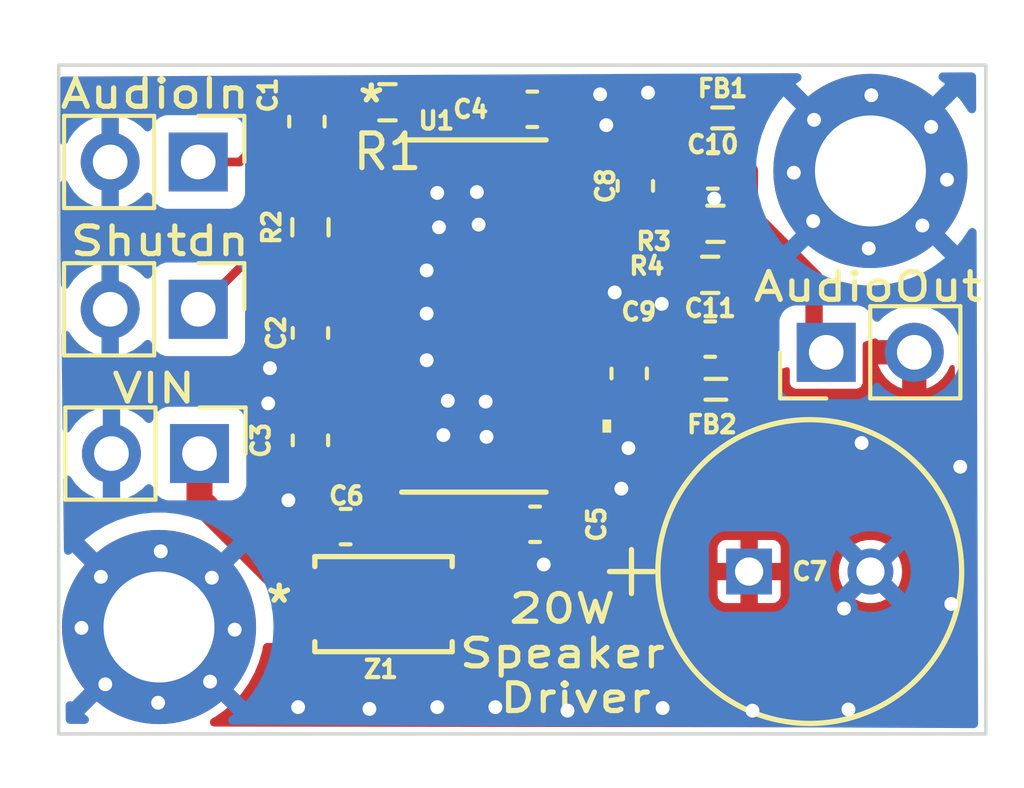
<source format=kicad_pcb>
(kicad_pcb (version 20221018) (generator pcbnew)
  (layers (0 "F.Cu" signal) (31 "B.Cu" signal) (34 "B.Paste" user) (35 "F.Paste" user) (36 "B.SilkS" user "B.Silkscreen") (37 "F.SilkS" user "F.Silkscreen") (38 "B.Mask" user) (39 "F.Mask" user) (44 "Edge.Cuts" user))
  (net 0 "")
  (net 1 "Net-(J3-Pin_1)")
  (net 2 "Net-(C1-Pad2)")
  (net 3 "Net-(U1-VCM)")
  (net 4 "GND")
  (net 5 "Net-(U1-VCLAMP)")
  (net 6 "Net-(U1-AVCC)")
  (net 7 "Net-(U1-BSN)")
  (net 8 "Net-(U1-OUTN)")
  (net 9 "Net-(U1-BSP)")
  (net 10 "Net-(U1-OUTP)")
  (net 11 "Net-(J4-Pin_1)")
  (net 12 "Net-(J4-Pin_2)")
  (net 13 "Net-(J1-Pin_1)")
  (net 14 "Net-(J2-Pin_1)")
  (net 15 "Net-(U1-IN)")
  (footprint "Capacitor_SMD:C_0603_1608Metric" (layer "F.Cu") (at 150.0124 90.932 -90)
    (fp_text reference "C2" (at 0 0.985127 90) (layer "F.SilkS") (effects (font (size 0.5 0.5))))
    (fp_text value "1u")
    (fp_line (start -0.14058 -0.51) (end 0.14058 -0.51) (stroke (width 0.12)) (layer "F.SilkS"))
    (fp_line (start -0.14058 0.51) (end 0.14058 0.51) (stroke (width 0.12)) (layer "F.SilkS"))
    (pad "1" smd roundrect (at -0.775 0 270) (size 0.9 0.95) (layers "F.Cu" "F.Paste" "F.Mask") (net 3 "Net-(U1-VCM)"))
    (pad "2" smd roundrect (at 0.775 0 270) (size 0.9 0.95) (layers "F.Cu" "F.Paste" "F.Mask") (net 4 "GND"))
  )
  (footprint "Resistor_SMD:R_0603_1608Metric" (layer "F.Cu") (at 150.0124 87.884 -90)
    (fp_text reference "R2" (at 0 1.119893 -90) (layer "F.SilkS") (effects (font (size 0.5 0.5))))
    (fp_text value "0")
    (fp_line (start -0.237258 -0.5225) (end 0.237258 -0.5225) (stroke (width 0.12)) (layer "F.SilkS"))
    (fp_line (start -0.237258 0.5225) (end 0.237258 0.5225) (stroke (width 0.12)) (layer "F.SilkS"))
    (pad "1" smd roundrect (at -0.825 0 270) (size 0.8 0.95) (layers "F.Cu" "F.Paste" "F.Mask") (net 2 "Net-(C1-Pad2)"))
    (pad "2" smd roundrect (at 0.825 0 270) (size 0.8 0.95) (layers "F.Cu" "F.Paste" "F.Mask") (net 15 "Net-(U1-IN)"))
  )
  (footprint "digikey-footprints:0603" (layer "F.Cu") (at 161.7076 92.5576)
    (fp_text reference "FB2" (at -0.1128 1.016) (layer "F.SilkS") (effects (font (size 0.5 0.5))))
    (fp_text value "MPZ1608S221ATA00")
    (fp_line (start -0.3 -0.3) (end 0.3 -0.3) (stroke (width 0.12)) (layer "F.SilkS"))
    (fp_line (start -0.3 0.3) (end 0.3 0.3) (stroke (width 0.12)) (layer "F.SilkS"))
    (pad "1" smd rect (at -0.7 0) (size 0.6 0.8) (layers "F.Cu" "F.Paste" "F.Mask") (net 10 "Net-(U1-OUTP)"))
    (pad "2" smd rect (at 0.7 0) (size 0.6 0.8) (layers "F.Cu" "F.Paste" "F.Mask") (net 12 "Net-(J4-Pin_2)"))
  )
  (footprint "Capacitor_SMD:C_0603_1608Metric" (layer "F.Cu") (at 161.6202 86.2584 180)
    (fp_text reference "C10" (at 0 0.762) (layer "F.SilkS") (effects (font (size 0.5 0.5))))
    (fp_text value "220pF")
    (fp_line (start -0.14058 -0.51) (end 0.14058 -0.51) (stroke (width 0.12)) (layer "F.SilkS"))
    (fp_line (start -0.14058 0.51) (end 0.14058 0.51) (stroke (width 0.12)) (layer "F.SilkS"))
    (pad "1" smd roundrect (at -0.775 0 180) (size 0.9 0.95) (layers "F.Cu" "F.Paste" "F.Mask") (net 11 "Net-(J4-Pin_1)"))
    (pad "2" smd roundrect (at 0.775 0 180) (size 0.9 0.95) (layers "F.Cu" "F.Paste" "F.Mask") (net 4 "GND"))
  )
  (footprint "5ADiode:DIO_RB050LAM_ROM" (layer "F.Cu") (at 152.1206 98.7552)
    (fp_text reference "Z1" (at -0.0762 1.8796 unlocked) (layer "F.SilkS") (effects (font (size 0.5 0.5))))
    (fp_text value "RSX501LAM20TR")
    (fp_text user "*" (at -3.0099 0) (layer "F.SilkS"))
    (fp_text user "*" (at -3.0099 0 unlocked) (layer "F.SilkS"))
    (fp_line (start -1.9812 -1.3716) (end -1.9812 -1.08204) (stroke (width 0.1524)) (layer "F.SilkS"))
    (fp_line (start -1.9812 1.08204) (end -1.9812 1.3716) (stroke (width 0.1524)) (layer "F.SilkS"))
    (fp_line (start -1.9812 1.3716) (end 1.9812 1.3716) (stroke (width 0.1524)) (layer "F.SilkS"))
    (fp_line (start 1.9812 -1.3716) (end -1.9812 -1.3716) (stroke (width 0.1524)) (layer "F.SilkS"))
    (fp_line (start 1.9812 -1.08204) (end 1.9812 -1.3716) (stroke (width 0.1524)) (layer "F.SilkS"))
    (fp_line (start 1.9812 1.3716) (end 1.9812 1.08204) (stroke (width 0.1524)) (layer "F.SilkS"))
    (pad "1" smd rect (at -2.2733 0) (size 0.7112 1.4986) (layers "F.Cu" "F.Paste" "F.Mask") (net 14 "Net-(J2-Pin_1)"))
    (pad "2" smd rect (at 2.2733 0) (size 0.7112 1.4986) (layers "F.Cu" "F.Paste" "F.Mask") (net 6 "Net-(U1-AVCC)"))
    (zone (net 0) (net_name "") (layer "F.Cu") (connect_pads (clearance 0)) (min_thickness 0.254)
      (keepout (tracks not_allowed) (vias not_allowed) (pads allowed) (copperpour not_allowed) (footprints allowed))
      (fill (thermal_gap 0.508) (thermal_bridge_width 0.508))
      (polygon (pts (xy 150.2537 97.5614) (xy 153.9875 97.5614) (xy 153.9875 99.949) (xy 150.2537 99.949)))
    )
  )
  (footprint "Resistor_SMD:R_0603_1608Metric" (layer "F.Cu") (at 161.6964 87.7824 180)
    (fp_text reference "R3" (at 1.778 -0.508) (layer "F.SilkS") (effects (font (size 0.5 0.5))))
    (fp_text value "4.7k")
    (fp_line (start -0.237258 -0.5225) (end 0.237258 -0.5225) (stroke (width 0.12)) (layer "F.SilkS"))
    (fp_line (start -0.237258 0.5225) (end 0.237258 0.5225) (stroke (width 0.12)) (layer "F.SilkS"))
    (pad "1" smd roundrect (at -0.825 0 180) (size 0.8 0.95) (layers "F.Cu" "F.Paste" "F.Mask") (net 11 "Net-(J4-Pin_1)"))
    (pad "2" smd roundrect (at 0.825 0 180) (size 0.8 0.95) (layers "F.Cu" "F.Paste" "F.Mask") (net 4 "GND"))
  )
  (footprint "Connector_PinHeader_2.54mm:PinHeader_1x02_P2.54mm_Vertical" (layer "F.Cu") (at 164.8918 91.4908 90)
    (fp_text reference "J4" hide)
    (fp_text value "Conn_01x02")
    (fp_line (start -1.33 -1.33) (end 0 -1.33) (stroke (width 0.12)) (layer "F.SilkS"))
    (fp_line (start -1.33 0) (end -1.33 -1.33) (stroke (width 0.12)) (layer "F.SilkS"))
    (fp_line (start -1.33 1.27) (end -1.33 3.87) (stroke (width 0.12)) (layer "F.SilkS"))
    (fp_line (start -1.33 1.27) (end 1.33 1.27) (stroke (width 0.12)) (layer "F.SilkS"))
    (fp_line (start -1.33 3.87) (end 1.33 3.87) (stroke (width 0.12)) (layer "F.SilkS"))
    (fp_line (start 1.33 1.27) (end 1.33 3.87) (stroke (width 0.12)) (layer "F.SilkS"))
    (pad "1" thru_hole rect (at 0 0 90) (size 1.7 1.7) (drill 1) (layers "*.Cu" "*.Mask") (net 11 "Net-(J4-Pin_1)"))
    (pad "2" thru_hole oval (at 0 2.54 90) (size 1.7 1.7) (drill 1) (layers "*.Cu" "*.Mask") (net 12 "Net-(J4-Pin_2)"))
  )
  (footprint "Connector_PinHeader_2.54mm:PinHeader_1x02_P2.54mm_Vertical" (layer "F.Cu") (at 146.775 86 -90)
    (fp_text reference "J3" hide)
    (fp_text value "Conn_01x02")
    (fp_line (start -1.33 -1.33) (end 0 -1.33) (stroke (width 0.12)) (layer "F.SilkS"))
    (fp_line (start -1.33 0) (end -1.33 -1.33) (stroke (width 0.12)) (layer "F.SilkS"))
    (fp_line (start -1.33 1.27) (end -1.33 3.87) (stroke (width 0.12)) (layer "F.SilkS"))
    (fp_line (start -1.33 1.27) (end 1.33 1.27) (stroke (width 0.12)) (layer "F.SilkS"))
    (fp_line (start -1.33 3.87) (end 1.33 3.87) (stroke (width 0.12)) (layer "F.SilkS"))
    (fp_line (start 1.33 1.27) (end 1.33 3.87) (stroke (width 0.12)) (layer "F.SilkS"))
    (pad "1" thru_hole rect (at 0 0 270) (size 1.7 1.7) (drill 1) (layers "*.Cu" "*.Mask") (net 1 "Net-(J3-Pin_1)"))
    (pad "2" thru_hole oval (at 0 2.54 270) (size 1.7 1.7) (drill 1) (layers "*.Cu" "*.Mask") (net 4 "GND"))
  )
  (footprint "Capacitor_SMD:C_0603_1608Metric" (layer "F.Cu") (at 156.4926 96.4522)
    (fp_text reference "C5" (at 1.775 0 90) (layer "F.SilkS") (effects (font (size 0.5 0.5))))
    (fp_text value "0.1uF")
    (fp_line (start -0.14058 -0.51) (end 0.14058 -0.51) (stroke (width 0.12)) (layer "F.SilkS"))
    (fp_line (start -0.14058 0.51) (end 0.14058 0.51) (stroke (width 0.12)) (layer "F.SilkS"))
    (pad "1" smd roundrect (at -0.775 0) (size 0.9 0.95) (layers "F.Cu" "F.Paste" "F.Mask") (net 6 "Net-(U1-AVCC)"))
    (pad "2" smd roundrect (at 0.775 0) (size 0.9 0.95) (layers "F.Cu" "F.Paste" "F.Mask") (net 4 "GND"))
  )
  (footprint "Capacitor_SMD:C_0603_1608Metric" (layer "F.Cu") (at 149.9108 84.836 -90)
    (fp_text reference "C1" (at -0.766312 1.123874 90) (layer "F.SilkS") (effects (font (size 0.5 0.5))))
    (fp_text value "1u")
    (fp_line (start -0.14058 -0.51) (end 0.14058 -0.51) (stroke (width 0.12)) (layer "F.SilkS"))
    (fp_line (start -0.14058 0.51) (end 0.14058 0.51) (stroke (width 0.12)) (layer "F.SilkS"))
    (pad "1" smd roundrect (at -0.775 0 270) (size 0.9 0.95) (layers "F.Cu" "F.Paste" "F.Mask") (net 1 "Net-(J3-Pin_1)"))
    (pad "2" smd roundrect (at 0.775 0 270) (size 0.9 0.95) (layers "F.Cu" "F.Paste" "F.Mask") (net 2 "Net-(C1-Pad2)"))
  )
  (footprint "470uF:CAP_WCAP-ATG5_8x11.5_WRE" (layer "F.Cu") (at 162.666799 97.8154)
    (fp_text reference "C7" (at 1.75 0 unlocked) (layer "F.SilkS") (effects (font (size 0.5 0.5))))
    (fp_text value "860020474014")
    (fp_line (start -4.0285 0) (end -2.7585 0) (stroke (width 0.1524)) (layer "F.SilkS"))
    (fp_line (start -3.3935 -0.635) (end -3.3935 0.635) (stroke (width 0.1524)) (layer "F.SilkS"))
    (fp_circle (center 1.75 0) (end 6.1315 0) (stroke (width 0.1524)) (fill none) (layer "F.SilkS"))
    (pad "1" thru_hole rect (at 0 0) (size 1.3208 1.3208) (drill 0.8128) (layers "*.Cu" "*.Mask") (net 6 "Net-(U1-AVCC)"))
    (pad "2" thru_hole circle (at 3.500001 0) (size 1.3208 1.3208) (drill 0.8128) (layers "*.Cu" "*.Mask") (net 4 "GND"))
  )
  (footprint "Capacitor_SMD:C_0603_1608Metric" (layer "F.Cu") (at 161.544 91.1098 180)
    (fp_text reference "C11" (at 0 0.889 180) (layer "F.SilkS") (effects (font (size 0.5 0.5))))
    (fp_text value "220pF")
    (fp_line (start -0.14058 -0.51) (end 0.14058 -0.51) (stroke (width 0.12)) (layer "F.SilkS"))
    (fp_line (start -0.14058 0.51) (end 0.14058 0.51) (stroke (width 0.12)) (layer "F.SilkS"))
    (pad "1" smd roundrect (at -0.775 0 180) (size 0.9 0.95) (layers "F.Cu" "F.Paste" "F.Mask") (net 12 "Net-(J4-Pin_2)"))
    (pad "2" smd roundrect (at 0.775 0 180) (size 0.9 0.95) (layers "F.Cu" "F.Paste" "F.Mask") (net 4 "GND"))
  )
  (footprint "Connector_PinHeader_2.54mm:PinHeader_1x02_P2.54mm_Vertical" (layer "F.Cu") (at 146.775 90.25 -90)
    (fp_text reference "J1" hide)
    (fp_text value "Conn_01x02")
    (fp_line (start -1.33 -1.33) (end 0 -1.33) (stroke (width 0.12)) (layer "F.SilkS"))
    (fp_line (start -1.33 0) (end -1.33 -1.33) (stroke (width 0.12)) (layer "F.SilkS"))
    (fp_line (start -1.33 1.27) (end -1.33 3.87) (stroke (width 0.12)) (layer "F.SilkS"))
    (fp_line (start -1.33 1.27) (end 1.33 1.27) (stroke (width 0.12)) (layer "F.SilkS"))
    (fp_line (start -1.33 3.87) (end 1.33 3.87) (stroke (width 0.12)) (layer "F.SilkS"))
    (fp_line (start 1.33 1.27) (end 1.33 3.87) (stroke (width 0.12)) (layer "F.SilkS"))
    (pad "1" thru_hole rect (at 0 0 270) (size 1.7 1.7) (drill 1) (layers "*.Cu" "*.Mask") (net 13 "Net-(J1-Pin_1)"))
    (pad "2" thru_hole oval (at 0 2.54 270) (size 1.7 1.7) (drill 1) (layers "*.Cu" "*.Mask") (net 4 "GND"))
  )
  (footprint "PAM8320:SO-16EP_3P9X9P9_DIO" (layer "F.Cu") (at 154.7273 90.4444)
    (fp_text reference "U1" (at -1.0827 -5.6338 unlocked) (layer "F.SilkS") (effects (font (size 0.5 0.5))))
    (fp_text value "PAM8320RDR")
    (fp_text user "*" (at -2.9591 -6.1214 unlocked) (layer "F.SilkS"))
    (fp_text user "*" (at -2.9591 -6.1214) (layer "F.SilkS"))
    (fp_line (start -2.0828 5.08) (end 2.0828 5.08) (stroke (width 0.1524)) (layer "F.SilkS"))
    (fp_line (start 2.0828 -5.08) (end -2.0828 -5.08) (stroke (width 0.1524)) (layer "F.SilkS"))
    (fp_poly (pts (xy 3.9624 2.9845) (xy 3.9624 3.3655) (xy 3.7084 3.3655) (xy 3.7084 2.9845)) (fill solid) (layer "F.SilkS"))
    (pad "1" smd rect (at -2.7051 -4.445) (size 1.4986 0.5334) (layers "F.Cu" "F.Paste" "F.Mask") (net 6 "Net-(U1-AVCC)"))
    (pad "2" smd rect (at -2.7051 -3.175) (size 1.4986 0.5334) (layers "F.Cu" "F.Paste" "F.Mask") (net 13 "Net-(J1-Pin_1)"))
    (pad "3" smd rect (at -2.7051 -1.905) (size 1.4986 0.5334) (layers "F.Cu" "F.Paste" "F.Mask") (net 15 "Net-(U1-IN)"))
    (pad "4" smd rect (at -2.7051 -0.635) (size 1.4986 0.5334) (layers "F.Cu" "F.Paste" "F.Mask") (net 3 "Net-(U1-VCM)"))
    (pad "5" smd rect (at -2.7051 0.635) (size 1.4986 0.5334) (layers "F.Cu" "F.Paste" "F.Mask") (net 4 "GND"))
    (pad "6" smd rect (at -2.7051 1.905) (size 1.4986 0.5334) (layers "F.Cu" "F.Paste" "F.Mask") (net 4 "GND"))
    (pad "7" smd rect (at -2.7051 3.175) (size 1.4986 0.5334) (layers "F.Cu" "F.Paste" "F.Mask") (net 5 "Net-(U1-VCLAMP)"))
    (pad "8" smd rect (at -2.7051 4.445) (size 1.4986 0.5334) (layers "F.Cu" "F.Paste" "F.Mask") (net 6 "Net-(U1-AVCC)"))
    (pad "9" smd rect (at 2.7051 4.445) (size 1.4986 0.5334) (layers "F.Cu" "F.Paste" "F.Mask") (net 4 "GND"))
    (pad "10" smd rect (at 2.7051 3.175) (size 1.4986 0.5334) (layers "F.Cu" "F.Paste" "F.Mask") (net 10 "Net-(U1-OUTP)"))
    (pad "11" smd rect (at 2.7051 1.905) (size 1.4986 0.5334) (layers "F.Cu" "F.Paste" "F.Mask") (net 9 "Net-(U1-BSP)"))
    (pad "12" smd rect (at 2.7051 0.635) (size 1.4986 0.5334) (layers "F.Cu" "F.Paste" "F.Mask") (net 4 "GND"))
    (pad "13" smd rect (at 2.7051 -0.635) (size 1.4986 0.5334) (layers "F.Cu" "F.Paste" "F.Mask") (net 6 "Net-(U1-AVCC)"))
    (pad "14" smd rect (at 2.7051 -1.905) (size 1.4986 0.5334) (layers "F.Cu" "F.Paste" "F.Mask") (net 7 "Net-(U1-BSN)"))
    (pad "15" smd rect (at 2.7051 -3.175) (size 1.4986 0.5334) (layers "F.Cu" "F.Paste" "F.Mask") (net 8 "Net-(U1-OUTN)"))
    (pad "16" smd rect (at 2.7051 -4.445) (size 1.4986 0.5334) (layers "F.Cu" "F.Paste" "F.Mask") (net 4 "GND"))
    (pad "17" smd rect (at 0 0) (size 1.6764 3.8608) (layers "F.Cu" "F.Mask") (net 4 "GND"))
  )
  (footprint "Capacitor_SMD:C_0603_1608Metric" (layer "F.Cu") (at 156.4132 84.4804)
    (fp_text reference "C4" (at -1.778 0) (layer "F.SilkS") (effects (font (size 0.5 0.5))))
    (fp_text value "0.1uF")
    (fp_line (start -0.14058 -0.51) (end 0.14058 -0.51) (stroke (width 0.12)) (layer "F.SilkS"))
    (fp_line (start -0.14058 0.51) (end 0.14058 0.51) (stroke (width 0.12)) (layer "F.SilkS"))
    (pad "1" smd roundrect (at -0.775 0) (size 0.9 0.95) (layers "F.Cu" "F.Paste" "F.Mask") (net 6 "Net-(U1-AVCC)"))
    (pad "2" smd roundrect (at 0.775 0) (size 0.9 0.95) (layers "F.Cu" "F.Paste" "F.Mask") (net 4 "GND"))
  )
  (footprint "Resistor_SMD:R_0603_1608Metric" (layer "F.Cu") (at 161.544 89.2556 180)
    (fp_text reference "R4" (at 1.8288 0.254 180) (layer "F.SilkS") (effects (font (size 0.5 0.5))))
    (fp_text value "4.7k")
    (fp_line (start -0.237258 -0.5225) (end 0.237258 -0.5225) (stroke (width 0.12)) (layer "F.SilkS"))
    (fp_line (start -0.237258 0.5225) (end 0.237258 0.5225) (stroke (width 0.12)) (layer "F.SilkS"))
    (pad "1" smd roundrect (at -0.825 0 180) (size 0.8 0.95) (layers "F.Cu" "F.Paste" "F.Mask") (net 12 "Net-(J4-Pin_2)"))
    (pad "2" smd roundrect (at 0.825 0 180) (size 0.8 0.95) (layers "F.Cu" "F.Paste" "F.Mask") (net 4 "GND"))
  )
  (footprint "Connector_PinHeader_2.54mm:PinHeader_1x02_P2.54mm_Vertical" (layer "F.Cu") (at 146.812 94.4118 -90)
    (fp_text reference "J2" hide)
    (fp_text value "Conn_01x02")
    (fp_line (start -1.33 -1.33) (end 0 -1.33) (stroke (width 0.12)) (layer "F.SilkS"))
    (fp_line (start -1.33 0) (end -1.33 -1.33) (stroke (width 0.12)) (layer "F.SilkS"))
    (fp_line (start -1.33 1.27) (end -1.33 3.87) (stroke (width 0.12)) (layer "F.SilkS"))
    (fp_line (start -1.33 1.27) (end 1.33 1.27) (stroke (width 0.12)) (layer "F.SilkS"))
    (fp_line (start -1.33 3.87) (end 1.33 3.87) (stroke (width 0.12)) (layer "F.SilkS"))
    (fp_line (start 1.33 1.27) (end 1.33 3.87) (stroke (width 0.12)) (layer "F.SilkS"))
    (pad "1" thru_hole rect (at 0 0 270) (size 1.7 1.7) (drill 1) (layers "*.Cu" "*.Mask") (net 14 "Net-(J2-Pin_1)"))
    (pad "2" thru_hole oval (at 0 2.54 270) (size 1.7 1.7) (drill 1) (layers "*.Cu" "*.Mask") (net 4 "GND"))
  )
  (footprint "MountingHole:MountingHole_3.2mm_M3_DIN965_Pad" (layer "F.Cu") (at 145.6436 99.4156)
    (fp_text reference "H2" hide)
    (fp_text value "DNP")
    (pad "1" thru_hole circle (at 0 0) (size 5.6 5.6) (drill 3.2) (layers "*.Cu" "*.Mask") (net 4 "GND"))
  )
  (footprint "Capacitor_SMD:C_0603_1608Metric" (layer "F.Cu") (at 151.0284 96.52 180)
    (fp_text reference "C6" (at -0.0254 0.889 180) (layer "F.SilkS") (effects (font (size 0.5 0.5))))
    (fp_text value "0.1uF")
    (fp_line (start -0.14058 -0.51) (end 0.14058 -0.51) (stroke (width 0.12)) (layer "F.SilkS"))
    (fp_line (start -0.14058 0.51) (end 0.14058 0.51) (stroke (width 0.12)) (layer "F.SilkS"))
    (pad "1" smd roundrect (at -0.775 0 180) (size 0.9 0.95) (layers "F.Cu" "F.Paste" "F.Mask") (net 6 "Net-(U1-AVCC)"))
    (pad "2" smd roundrect (at 0.775 0 180) (size 0.9 0.95) (layers "F.Cu" "F.Paste" "F.Mask") (net 4 "GND"))
  )
  (footprint "Capacitor_SMD:C_0603_1608Metric" (layer "F.Cu") (at 159.2072 92.1004 -90)
    (fp_text reference "C9" (at -1.778 -0.2794 -180) (layer "F.SilkS") (effects (font (size 0.5 0.5))))
    (fp_text value "1u")
    (fp_line (start -0.14058 -0.51) (end 0.14058 -0.51) (stroke (width 0.12)) (layer "F.SilkS"))
    (fp_line (start -0.14058 0.51) (end 0.14058 0.51) (stroke (width 0.12)) (layer "F.SilkS"))
    (pad "1" smd roundrect (at -0.775 0 270) (size 0.9 0.95) (layers "F.Cu" "F.Paste" "F.Mask") (net 9 "Net-(U1-BSP)"))
    (pad "2" smd roundrect (at 0.775 0 270) (size 0.9 0.95) (layers "F.Cu" "F.Paste" "F.Mask") (net 10 "Net-(U1-OUTP)"))
  )
  (footprint "MountingHole:MountingHole_3.2mm_M3_DIN965_Pad" (layer "F.Cu") (at 166.1668 86.2584)
    (fp_text reference "H1" hide)
    (fp_text value "DNP")
    (pad "1" thru_hole circle (at 0 0) (size 5.6 5.6) (drill 3.2) (layers "*.Cu" "*.Mask") (net 4 "GND"))
  )
  (footprint "Capacitor_SMD:C_0603_1608Metric" (layer "F.Cu") (at 150.0124 94.0308 90)
    (fp_text reference "C3" (at 0 -1.43 90) (layer "F.SilkS") (effects (font (size 0.5 0.5))))
    (fp_text value "1u")
    (fp_line (start -0.14058 -0.51) (end 0.14058 -0.51) (stroke (width 0.12)) (layer "F.SilkS"))
    (fp_line (start -0.14058 0.51) (end 0.14058 0.51) (stroke (width 0.12)) (layer "F.SilkS"))
    (pad "1" smd roundrect (at -0.775 0 90) (size 0.9 0.95) (layers "F.Cu" "F.Paste" "F.Mask") (net 5 "Net-(U1-VCLAMP)"))
    (pad "2" smd roundrect (at 0.775 0 90) (size 0.9 0.95) (layers "F.Cu" "F.Paste" "F.Mask") (net 4 "GND"))
  )
  (footprint "Capacitor_SMD:C_0603_1608Metric" (layer "F.Cu") (at 159.385 86.6902 90)
    (fp_text reference "C8" (at 0 -0.8636 90) (layer "F.SilkS") (effects (font (size 0.5 0.5))))
    (fp_text value "1u")
    (fp_line (start -0.14058 -0.51) (end 0.14058 -0.51) (stroke (width 0.12)) (layer "F.SilkS"))
    (fp_line (start -0.14058 0.51) (end 0.14058 0.51) (stroke (width 0.12)) (layer "F.SilkS"))
    (pad "1" smd roundrect (at -0.775 0 90) (size 0.9 0.95) (layers "F.Cu" "F.Paste" "F.Mask") (net 7 "Net-(U1-BSN)"))
    (pad "2" smd roundrect (at 0.775 0 90) (size 0.9 0.95) (layers "F.Cu" "F.Paste" "F.Mask") (net 8 "Net-(U1-OUTN)"))
  )
  (footprint "digikey-footprints:0603" (layer "F.Cu") (at 161.9028 84.7294)
    (fp_text reference "FB1" (at -0.000453 -0.849971) (layer "F.SilkS") (effects (font (size 0.5 0.5))))
    (fp_text value "MPZ1608S221ATA00")
    (fp_line (start -0.3 -0.3) (end 0.3 -0.3) (stroke (width 0.12)) (layer "F.SilkS"))
    (fp_line (start -0.3 0.3) (end 0.3 0.3) (stroke (width 0.12)) (layer "F.SilkS"))
    (pad "1" smd rect (at -0.7 0) (size 0.6 0.8) (layers "F.Cu" "F.Paste" "F.Mask") (net 8 "Net-(U1-OUTN)"))
    (pad "2" smd rect (at 0.7 0) (size 0.6 0.8) (layers "F.Cu" "F.Paste" "F.Mask") (net 11 "Net-(J4-Pin_1)"))
  )
  (footprint "Resistor_SMD:R_0603_1608Metric" (layer "F.Cu") (at 152.2344 84.2772 180)
    (fp_text reference "R1" (at 0 -1.43) (layer "F.SilkS"))
    (fp_text value "4.7k")
    (fp_line (start -0.237258 -0.5225) (end 0.237258 -0.5225) (stroke (width 0.12)) (layer "F.SilkS"))
    (fp_line (start -0.237258 0.5225) (end 0.237258 0.5225) (stroke (width 0.12)) (layer "F.SilkS"))
    (pad "1" smd roundrect (at -0.825 0 180) (size 0.8 0.95) (layers "F.Cu" "F.Paste" "F.Mask") (net 6 "Net-(U1-AVCC)"))
    (pad "2" smd roundrect (at 0.825 0 180) (size 0.8 0.95) (layers "F.Cu" "F.Paste" "F.Mask") (net 13 "Net-(J1-Pin_1)"))
  )
  (gr_rect (start 142.75 83.2054) (end 169.4948 102.5) (stroke (width 0.1)) (fill none) (layer "Edge.Cuts"))
  (gr_text "AudioOut" (at 166.0906 90.0684) (layer "F.SilkS") (effects (font (size 0.8 1)) (justify bottom)))
  (gr_text "Shutdn" (at 143 88.75) (layer "F.SilkS") (effects (font (size 0.8 1)) (justify left bottom)))
  (gr_text "20W \nSpeaker \nDriver" (at 157.6578 101.9302) (layer "F.SilkS") (effects (font (size 0.8 1)) (justify bottom)))
  (gr_text "VIN" (at 144.205602 93) (layer "F.SilkS") (effects (font (size 0.8 1)) (justify left bottom)))
  (gr_text "AudioIn" (at 145.525344 84.5) (layer "F.SilkS") (effects (font (size 0.8 1)) (justify bottom)))
  (segment (start 147.9718 86) (end 146.775 86) (width 0.25) (layer "F.Cu") (net 1))
  (segment (start 149.9108 84.061) (end 147.9718 86) (width 0.25) (layer "F.Cu") (net 1))
  (segment (start 149.9108 85.611) (end 149.9108 86.9574) (width 0.25) (layer "F.Cu") (net 2))
  (segment (start 149.9108 86.9574) (end 150.0124 87.059) (width 0.25) (layer "F.Cu") (net 2))
  (segment (start 150.355 89.8144) (end 152.0172 89.8144) (width 0.25) (layer "F.Cu") (net 3))
  (segment (start 152.0172 89.8144) (end 152.0222 89.8094) (width 0.25) (layer "F.Cu") (net 3))
  (segment (start 150.0124 90.157) (end 150.355 89.8144) (width 0.25) (layer "F.Cu") (net 3))
  (segment (start 160.769 90.7158) (end 160.769 91.1352) (width 0.25) (layer "F.Cu") (net 4))
  (segment (start 158.5468 84.9376) (end 157.485 85.9994) (width 0.25) (layer "F.Cu") (net 4))
  (segment (start 160.147 90.0938) (end 160.769 90.7158) (width 0.25) (layer "F.Cu") (net 4))
  (segment (start 158.789748 90.032835) (end 158.789748 89.762233) (width 0.25) (layer "F.Cu") (net 4))
  (segment (start 152.0222 92.3494) (end 153.4972 92.3494) (width 0.25) (layer "F.Cu") (net 4))
  (segment (start 150.0124 91.707) (end 149.085 91.707) (width 0.25) (layer "F.Cu") (net 4))
  (segment (start 156.7434 96.9764) (end 157.2676 96.4522) (width 0.25) (layer "F.Cu") (net 4))
  (segment (start 161.1246 86.522004) (end 161.1246 86.2584) (width 0.25) (layer "F.Cu") (net 4))
  (segment (start 150.0124 93.2558) (end 149.085 93.2558) (width 0.25) (layer "F.Cu") (net 4))
  (segment (start 160.147 89.8276) (end 160.719 89.2556) (width 0.25) (layer "F.Cu") (net 4))
  (segment (start 149.375361 95.758812) (end 150.136549 96.52) (width 0.25) (layer "F.Cu") (net 4))
  (segment (start 157.485 85.9994) (end 157.4324 85.9994) (width 0.25) (layer "F.Cu") (net 4))
  (segment (start 161.0746 87.643876) (end 161.0746 87.7824) (width 0.25) (layer "F.Cu") (net 4))
  (segment (start 154.7273 90.4444) (end 154.2034 90.9683) (width 0.25) (layer "F.Cu") (net 4))
  (segment (start 157.2676 96.4522) (end 157.2676 95.0542) (width 0.5) (layer "F.Cu") (net 4))
  (segment (start 153.3448 91.0794) (end 153.3652 91.059) (width 0.25) (layer "F.Cu") (net 4))
  (segment (start 153.4972 92.3494) (end 153.5176 92.329) (width 0.25) (layer "F.Cu") (net 4))
  (segment (start 157.4324 94.8894) (end 158.4484 94.8894) (width 0.25) (layer "F.Cu") (net 4))
  (segment (start 161.660536 87.05794) (end 161.0746 87.643876) (width 0.25) (layer "F.Cu") (net 4))
  (segment (start 158.4484 94.8894) (end 158.9818 95.4228) (width 0.25) (layer "F.Cu") (net 4))
  (segment (start 149.085 91.707) (end 148.844 91.948) (width 0.25) (layer "F.Cu") (net 4))
  (segment (start 161.660536 87.05794) (end 161.1246 86.522004) (width 0.25) (layer "F.Cu") (net 4))
  (segment (start 157.4324 84.9852) (end 157.4324 85.9994) (width 0.25) (layer "F.Cu") (net 4))
  (segment (start 156.7434 97.6122) (end 156.7434 96.9764) (width 0.25) (layer "F.Cu") (net 4))
  (segment (start 157.4324 91.0794) (end 157.743183 91.0794) (width 0.25) (layer "F.Cu") (net 4))
  (segment (start 158.55 94.8894) (end 159.185 94.2544) (width 0.25) (layer "F.Cu") (net 4))
  (segment (start 157.2676 95.0542) (end 157.4324 94.8894) (width 0.25) (layer "F.Cu") (net 4))
  (segment (start 158.369 84.0486) (end 157.4324 84.9852) (width 0.25) (layer "F.Cu") (net 4))
  (segment (start 154.2034 90.9683) (end 154.2034 91.8464) (width 0.25) (layer "F.Cu") (net 4))
  (segment (start 157.743183 91.0794) (end 158.789748 90.032835) (width 0.25) (layer "F.Cu") (net 4))
  (segment (start 160.147 90.0938) (end 160.147 89.8276) (width 0.25) (layer "F.Cu") (net 4))
  (segment (start 157.4324 94.8894) (end 158.55 94.8894) (width 0.25) (layer "F.Cu") (net 4))
  (segment (start 152.0222 91.0794) (end 153.3448 91.0794) (width 0.5) (layer "F.Cu") (net 4))
  (segment (start 150.136549 96.52) (end 150.2534 96.52) (width 0.25) (layer "F.Cu") (net 4))
  (segment (start 149.085 93.2558) (end 148.7932 92.964) (width 0.25) (layer "F.Cu") (net 4))
  (via (at 149.375361 95.758812) (size 0.8) (drill 0.4) (layers "F.Cu" "B.Cu") (net 4))
  (via (at 158.789748 89.762233) (size 0.8) (drill 0.4) (layers "F.Cu" "B.Cu") (net 4))
  (via (at 151.7142 101.7778) (size 0.8) (drill 0.4) (layers "F.Cu" "B.Cu") (net 4))
  (via (at 154.8638 87.8078) (size 0.8) (drill 0.4) (layers "F.Cu" "B.Cu") (net 4))
  (via (at 159.185 94.2544) (size 0.8) (drill 0.4) (layers "F.Cu" "B.Cu") (net 4))
  (via (at 153.8478 93.8784) (size 0.8) (drill 0.4) (layers "F.Cu" "B.Cu") (net 4))
  (via (at 164.5158 87.7062) (size 0.8) (drill 0.4) (layers "F.Cu" "B.Cu") (net 4))
  (via (at 166.116 88.4936) (size 0.8) (drill 0.4) (layers "F.Cu" "B.Cu") (net 4))
  (via (at 153.67 101.727) (size 0.8) (drill 0.4) (layers "F.Cu" "B.Cu") (net 4))
  (via (at 145.6182 101.6) (size 0.8) (drill 0.4) (layers "F.Cu" "B.Cu") (net 4))
  (via (at 143.9672 97.9678) (size 0.8) (drill 0.4) (layers "F.Cu" "B.Cu") (net 4))
  (via (at 155.067 92.9132) (size 0.8) (drill 0.4) (layers "F.Cu" "B.Cu") (net 4))
  (via (at 166.1922 84.074) (size 0.8) (drill 0.4) (layers "F.Cu" "B.Cu") (net 4))
  (via (at 165.9128 94.107) (size 0.8) (drill 0.4) (layers "F.Cu" "B.Cu") (net 4))
  (via (at 155.3464 101.727) (size 0.8) (drill 0.4) (layers "F.Cu" "B.Cu") (net 4))
  (via (at 143.4084 99.441) (size 0.8) (drill 0.4) (layers "F.Cu" "B.Cu") (net 4))
  (via (at 162.7632 101.8286) (size 0.8) (drill 0.4) (layers "F.Cu" "B.Cu") (net 4))
  (via (at 147.1168 100.9904) (size 0.8) (drill 0.4) (layers "F.Cu" "B.Cu") (net 4))
  (via (at 168.3766 86.5124) (size 0.8) (drill 0.4) (layers "F.Cu" "B.Cu") (net 4))
  (via (at 153.9748 92.8878) (size 0.8) (drill 0.4) (layers "F.Cu" "B.Cu") (net 4))
  (via (at 164.5412 84.7852) (size 0.8) (drill 0.4) (layers "F.Cu" "B.Cu") (net 4))
  (via (at 159.75 84) (size 0.8) (drill 0.4) (layers "F.Cu" "B.Cu") (net 4))
  (via (at 153.3652 89.1286) (size 0.8) (drill 0.4) (layers "F.Cu" "B.Cu") (net 4))
  (via (at 153.3652 91.7194) (size 0.8) (drill 0.4) (layers "F.Cu" "B.Cu") (net 4))
  (via (at 148.844 91.948) (size 0.8) (drill 0.4) (layers "F.Cu" "B.Cu") (net 4))
  (via (at 158.5468 84.9376) (size 0.8) (drill 0.4) (layers "F.Cu" "B.Cu") (net 4))
  (via (at 167.9194 84.9884) (size 0.8) (drill 0.4) (layers "F.Cu" "B.Cu") (net 4))
  (via (at 153.67 86.8934) (size 0.8) (drill 0.4) (layers "F.Cu" "B.Cu") (net 4))
  (via (at 153.3652 90.3732) (size 0.8) (drill 0.4) (layers "F.Cu" "B.Cu") (net 4))
  (via (at 160.147 90.0938) (size 0.8) (drill 0.4) (layers "F.Cu" "B.Cu") (net 4))
  (via (at 147.828 99.4918) (size 0.8) (drill 0.4) (layers "F.Cu" "B.Cu") (net 4))
  (via (at 163.957 86.3092) (size 0.8) (drill 0.4) (layers "F.Cu" "B.Cu") (net 4))
  (via (at 158.369 84.0486) (size 0.8) (drill 0.4) (layers "F.Cu" "B.Cu") (net 4))
  (via (at 158.9818 95.4228) (size 0.8) (drill 0.4) (layers "F.Cu" "B.Cu") (net 4))
  (via (at 167.6654 87.8332) (size 0.8) (drill 0.4) (layers "F.Cu" "B.Cu") (net 4))
  (via (at 168.7576 94.7928) (size 0.8) (drill 0.4) (layers "F.Cu" "B.Cu") (net 4))
  (via (at 168.5 98.75) (size 0.8) (drill 0.4) (layers "F.Cu" "B.Cu") (net 4))
  (via (at 145.6944 97.2312) (size 0.8) (drill 0.4) (layers "F.Cu" "B.Cu") (net 4))
  (via (at 155.0924 93.9292) (size 0.8) (drill 0.4) (layers "F.Cu" "B.Cu") (net 4))
  (via (at 148.7932 92.964) (size 0.8) (drill 0.4) (layers "F.Cu" "B.Cu") (net 4))
  (via (at 147.1676 97.9932) (size 0.8) (drill 0.4) (layers "F.Cu" "B.Cu") (net 4))
  (via (at 160.1724 101.7524) (size 0.8) (drill 0.4) (layers "F.Cu" "B.Cu") (net 4))
  (via (at 165.4048 98.8822) (size 0.8) (drill 0.4) (layers "F.Cu" "B.Cu") (net 4))
  (via (at 154.813 86.868) (size 0.8) (drill 0.4) (layers "F.Cu" "B.Cu") (net 4))
  (via (at 144.0942 101.0666) (size 0.8) (drill 0.4) (layers "F.Cu" "B.Cu") (net 4))
  (via (at 157.4292 101.8286) (size 0.8) (drill 0.4) (layers "F.Cu" "B.Cu") (net 4))
  (via (at 165.53126 101.795145) (size 0.8) (drill 0.4) (layers "F.Cu" "B.Cu") (net 4))
  (via (at 156.7434 97.6122) (size 0.8) (drill 0.4) (layers "F.Cu" "B.Cu") (net 4))
  (via (at 161.660536 87.05794) (size 0.65) (drill 0.4) (layers "F.Cu" "B.Cu") (net 4))
  (via (at 153.7208 87.884) (size 0.8) (drill 0.4) (layers "F.Cu" "B.Cu") (net 4))
  (via (at 149.6568 101.727) (size 0.8) (drill 0.4) (layers "F.Cu" "B.Cu") (net 4))
  (segment (start 151.1988 93.6194) (end 152.0222 93.6194) (width 0.25) (layer "F.Cu") (net 5))
  (segment (start 150.0124 94.8058) (end 151.1988 93.6194) (width 0.25) (layer "F.Cu") (net 5))
  (segment (start 157.0364 89.8094) (end 156.3581 90.4877) (width 0.25) (layer "F.Cu") (net 6))
  (segment (start 153 96.25) (end 152.0222 95.2722) (width 0.25) (layer "F.Cu") (net 6))
  (segment (start 155.8905 86.2609) (end 155.8905 88.7755) (width 0.25) (layer "F.Cu") (net 6))
  (segment (start 151.8034 95.6966) (end 151.8034 96.52) (width 0.25) (layer "F.Cu") (net 6))
  (segment (start 156.3581 95.6169) (end 155.5 96.475) (width 0.25) (layer "F.Cu") (net 6))
  (segment (start 155.629 85.9994) (end 155.8905 86.2609) (width 0.25) (layer "F.Cu") (net 6))
  (segment (start 151.5092 95.4024) (end 152.0222 94.8894) (width 0.25) (layer "F.Cu") (net 6))
  (segment (start 152.8734 84.1706) (end 152.8734 85.1482) (width 0.25) (layer "F.Cu") (net 6))
  (segment (start 152.8734 85.1482) (end 152.0222 85.9994) (width 0.25) (layer "F.Cu") (net 6))
  (segment (start 156.9244 89.8094) (end 157.4324 89.8094) (width 0.25) (layer "F.Cu") (net 6))
  (segment (start 152.0222 85.9994) (end 155.629 85.9994) (width 0.25) (layer "F.Cu") (net 6))
  (segment (start 156.3581 90.4877) (end 156.3581 95.6169) (width 0.25) (layer "F.Cu") (net 6))
  (segment (start 155.275 96.25) (end 153 96.25) (width 0.25) (layer "F.Cu") (net 6))
  (segment (start 155.8905 88.7755) (end 156.9244 89.8094) (width 0.25) (layer "F.Cu") (net 6))
  (segment (start 152.0222 95.2722) (end 152.0222 94.8894) (width 0.25) (layer "F.Cu") (net 6))
  (segment (start 157.4324 89.8094) (end 157.0364 89.8094) (width 0.25) (layer "F.Cu") (net 6))
  (segment (start 151.5092 95.4024) (end 151.8034 95.6966) (width 0.25) (layer "F.Cu") (net 6))
  (segment (start 155.5 96.475) (end 155.275 96.25) (width 0.25) (layer "F.Cu") (net 6))
  (segment (start 157.4832 88.5902) (end 157.4324 88.5394) (width 0.25) (layer "F.Cu") (net 7))
  (segment (start 159.385 87.4652) (end 158.3108 88.5394) (width 0.5) (layer "F.Cu") (net 7))
  (segment (start 158.3108 88.5394) (end 157.4324 88.5394) (width 0.5) (layer "F.Cu") (net 7))
  (segment (start 161.2028 84.7294) (end 160.5708 84.7294) (width 0.5) (layer "F.Cu") (net 8))
  (segment (start 159.385 85.9152) (end 158.0308 87.2694) (width 0.5) (layer "F.Cu") (net 8))
  (segment (start 160.5708 84.7294) (end 159.385 85.9152) (width 0.5) (layer "F.Cu") (net 8))
  (segment (start 158.0308 87.2694) (end 157.4324 87.2694) (width 0.5) (layer "F.Cu") (net 8))
  (segment (start 157.4324 87.2694) (end 158.0692 87.2694) (width 0.25) (layer "F.Cu") (net 8))
  (segment (start 159.2072 91.3254) (end 158.1832 92.3494) (width 0.5) (layer "F.Cu") (net 9))
  (segment (start 158.1832 92.3494) (end 157.4324 92.3494) (width 0.5) (layer "F.Cu") (net 9))
  (segment (start 157.4324 93.6194) (end 158.4632 93.6194) (width 0.5) (layer "F.Cu") (net 10))
  (segment (start 158.4632 93.6194) (end 159.398 92.6846) (width 0.5) (layer "F.Cu") (net 10))
  (segment (start 159.398 92.6846) (end 160.971 92.6846) (width 0.5) (layer "F.Cu") (net 10))
  (segment (start 161.0472 92.6084) (end 161.098 92.5576) (width 0.25) (layer "F.Cu") (net 10))
  (segment (start 160.971 92.6846) (end 161.0472 92.6084) (width 0.5) (layer "F.Cu") (net 10))
  (segment (start 162.6028 86.1866) (end 162.6028 86.135) (width 0.25) (layer "F.Cu") (net 11))
  (segment (start 162.6028 84.7294) (end 162.56 84.7722) (width 0.4) (layer "F.Cu") (net 11))
  (segment (start 162.6746 86.2584) (end 162.6746 87.4906) (width 0.5) (layer "F.Cu") (net 11))
  (segment (start 164.5412 89.3572) (end 164.5412 91.4908) (width 0.5) (layer "F.Cu") (net 11))
  (segment (start 162.56 86.0922) (end 162.6028 86.135) (width 0.4) (layer "F.Cu") (net 11))
  (segment (start 162.6746 87.4906) (end 164.5412 89.3572) (width 0.5) (layer "F.Cu") (net 11))
  (segment (start 162.5124 87.5742) (end 162.6746 87.412) (width 0.25) (layer "F.Cu") (net 11))
  (segment (start 164.8918 91.4908) (end 164.5412 91.4908) (width 0.25) (layer "F.Cu") (net 11))
  (segment (start 162.56 84.7722) (end 162.56 86.0922) (width 0.5) (layer "F.Cu") (net 11))
  (segment (start 162.6746 87.412) (end 162.6746 86.2584) (width 0.25) (layer "F.Cu") (net 11))
  (segment (start 162.3568 92.4164) (end 162.498 92.5576) (width 0.25) (layer "F.Cu") (net 12))
  (segment (start 162.286627 89.337973) (end 162.3568 89.408146) (width 0.25) (layer "F.Cu") (net 12))
  (segment (start 162.3568 89.408146) (end 162.3568 92.4164) (width 0.25) (layer "F.Cu") (net 12))
  (segment (start 149.041 87.984) (end 146.775 90.25) (width 0.25) (layer "F.Cu") (net 13))
  (segment (start 150.9479 86.6777) (end 151.5396 87.2694) (width 0.25) (layer "F.Cu") (net 13))
  (segment (start 150.9479 84.7387) (end 150.9479 86.6777) (width 0.25) (layer "F.Cu") (net 13))
  (segment (start 151.5396 87.2694) (end 152.0222 87.2694) (width 0.25) (layer "F.Cu") (net 13))
  (segment (start 151.4094 84.2772) (end 150.9479 84.7387) (width 0.25) (layer "F.Cu") (net 13))
  (segment (start 151.5396 87.2694) (end 150.825 87.984) (width 0.25) (layer "F.Cu") (net 13))
  (segment (start 150.825 87.984) (end 149.041 87.984) (width 0.25) (layer "F.Cu") (net 13))
  (segment (start 146.979 95.925) (end 146.812 95.758) (width 0.75) (layer "F.Cu") (net 14))
  (segment (start 149.8473 98.7552) (end 149.8092 98.7552) (width 0.75) (layer "F.Cu") (net 14))
  (segment (start 146.979 95.925) (end 146.9644 95.9104) (width 0.25) (layer "F.Cu") (net 14))
  (segment (start 146.9644 95.9104) (end 146.9644 95.8342) (width 0.25) (layer "F.Cu") (net 14))
  (segment (start 146.812 95.758) (end 146.812 94.4118) (width 0.75) (layer "F.Cu") (net 14))
  (segment (start 149.8092 98.7552) (end 146.979 95.925) (width 0.75) (layer "F.Cu") (net 14))
  (segment (start 150.0124 88.709) (end 151.8526 88.709) (width 0.25) (layer "F.Cu") (net 15))
  (segment (start 151.8526 88.709) (end 152.0222 88.5394) (width 0.25) (layer "F.Cu") (net 15))
  (zone (net 4) (net_name "GND") (layer "F.Cu") (priority 7) (connect_pads (clearance 0.2)) (min_thickness 0.25) (fill yes (thermal_gap 0.25) (thermal_bridge_width 0.5))
    (polygon (pts (xy 167.9956 99.8982) (xy 146.0246 99.8728) (xy 145.8214 102.2858) (xy 168.0972 102.3112)))
  )
  (zone (net 6) (net_name "Net-(U1-AVCC)") (layer "F.Cu") (priority 3) (connect_pads (clearance 0.25)) (min_thickness 0.3) (fill yes (thermal_gap 0.25) (thermal_bridge_width 0.3))
    (polygon (pts (xy 155.6798 96.4776) (xy 155.7052 94.2798) (xy 155.756 92.9082) (xy 155.7814 92.7812) (xy 155.7274 89.4334) (xy 156.5148 89.4334) (xy 156.4926 96.4522)))
  )
  (zone (net 4) (net_name "GND") (layer "F.Cu") (priority 11) (connect_pads (clearance 0.2)) (min_thickness 0.15) (fill yes (thermal_gap 0.25) (thermal_bridge_width 0.4))
    (polygon (pts (xy 157.75 94.5) (xy 158.5 94.5) (xy 160 93.5) (xy 164.8596 93.5) (xy 167.1604 93.4772) (xy 169.0508 93.4772) (xy 169 102.1964) (xy 165 102.1964) (xy 165 94.25) (xy 160.5 94.25) (xy 160.5 95.5) (xy 157.75 95.5)))
  )
  (zone (net 4) (net_name "GND") (layer "F.Cu") (priority 1) (connect_pads (clearance 0.2)) (min_thickness 0.25) (fill yes (thermal_gap 0.25) (thermal_bridge_width 0.5))
    (polygon (pts (xy 149.4028 90.8304) (xy 149.4028 93.7768) (xy 150.622 93.7768) (xy 151.5872 92.8116) (xy 152.7556 92.8116) (xy 152.7556 90.8304)))
  )
  (zone (net 4) (net_name "GND") (layer "F.Cu") (priority 4) (connect_pads (clearance 0.2)) (min_thickness 0.15) (fill yes (thermal_gap 0) (thermal_bridge_width 0.7))
    (polygon (pts (xy 152.962 86.1518) (xy 153.25 94) (xy 153 93.75) (xy 153 93.5) (xy 153.5 94.25) (xy 153.75 94.25) (xy 155.5 94.25) (xy 155.5274 86.3296) (xy 153.597 86.3042)))
  )
  (zone (net 6) (net_name "Net-(U1-AVCC)") (layer "F.Cu") (priority 5) (connect_pads (clearance 0.2)) (min_thickness 0.15) (fill yes (thermal_gap 0.25) (thermal_bridge_width 0.7))
    (polygon (pts (xy 155.629 86.101) (xy 152.454 86.0502) (xy 152.4762 83.947) (xy 153.162 83.947) (xy 153.7748 83.946) (xy 156.4672 83.9714) (xy 156.5148 89.916) (xy 155.756 89.8906)))
  )
  (zone (net 4) (net_name "GND") (layer "F.Cu") (priority 12) (connect_pads (clearance 0.2)) (min_thickness 0.15) (fill yes (thermal_gap 0.25) (thermal_bridge_width 0.4))
    (polygon (pts (xy 158.25 86) (xy 156.75 86) (xy 156.75 83.5) (xy 161.25 83.5) (xy 159 85.25)))
  )
  (zone (net 12) (net_name "Net-(J4-Pin_2)") (layer "F.Cu") (priority 6) (connect_pads (clearance 0.2)) (min_thickness 0.15) (fill yes (thermal_gap 0.25) (thermal_bridge_width 0.7))
    (polygon (pts (xy 162.1188 92.484) (xy 162.56 91.9988) (xy 163.5 92) (xy 166.7764 90.932) (xy 168.5544 90.8304) (xy 168.656 93.2688) (xy 164.25 93.25) (xy 162.814 93.25) (xy 162.56 93.2688) (xy 162.1188 92.984)))
  )
  (zone (net 6) (net_name "Net-(U1-AVCC)") (layer "F.Cu") (priority 2) (connect_pads (clearance 0.2)) (min_thickness 0.15) (fill yes (thermal_gap 0.25) (thermal_bridge_width 0.5))
    (polygon (pts (xy 160.75 95.75) (xy 155.75 95.75) (xy 155.75 94.5) (xy 153 94.5) (xy 150.5 95) (xy 150.5 99.5856) (xy 164.75 99.7086) (xy 164.75 94.5) (xy 160.75 94.5)))
  )
  (zone (net 4) (net_name "GND") (layer "B.Cu") (connect_pads (clearance 0.5)) (min_thickness 0.25) (fill yes (thermal_gap 0.5) (thermal_bridge_width 0.5))
    (polygon (pts (xy 142.75 83.5356) (xy 142.9532 102.2098) (xy 169.2742 102.3328) (xy 169.2148 83.4136)))
  )
)
</source>
